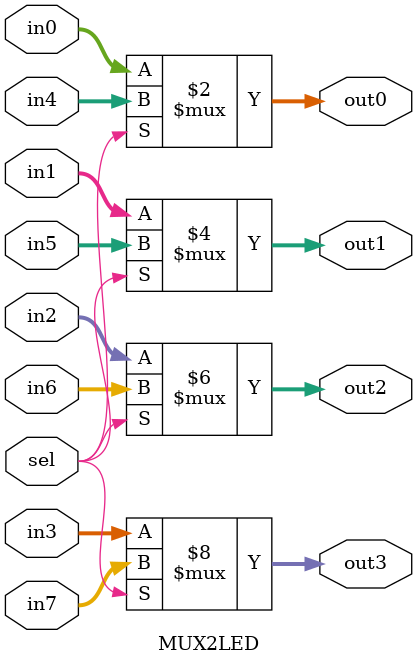
<source format=v>
`timescale 1ns / 1ps

module MUX2LED(
    input sel,
    input [7:0] in0, in1, in2, in3, in4, in5, in6, in7,
    output [7:0] out0, out1, out2, out3
    );
    
    assign out0 = (sel == 1'b0)? in0:in4;
    assign out1 = (sel == 1'b0)? in1:in5;
    assign out2 = (sel == 1'b0)? in2:in6;
    assign out3 = (sel == 1'b0)? in3:in7;
endmodule
</source>
